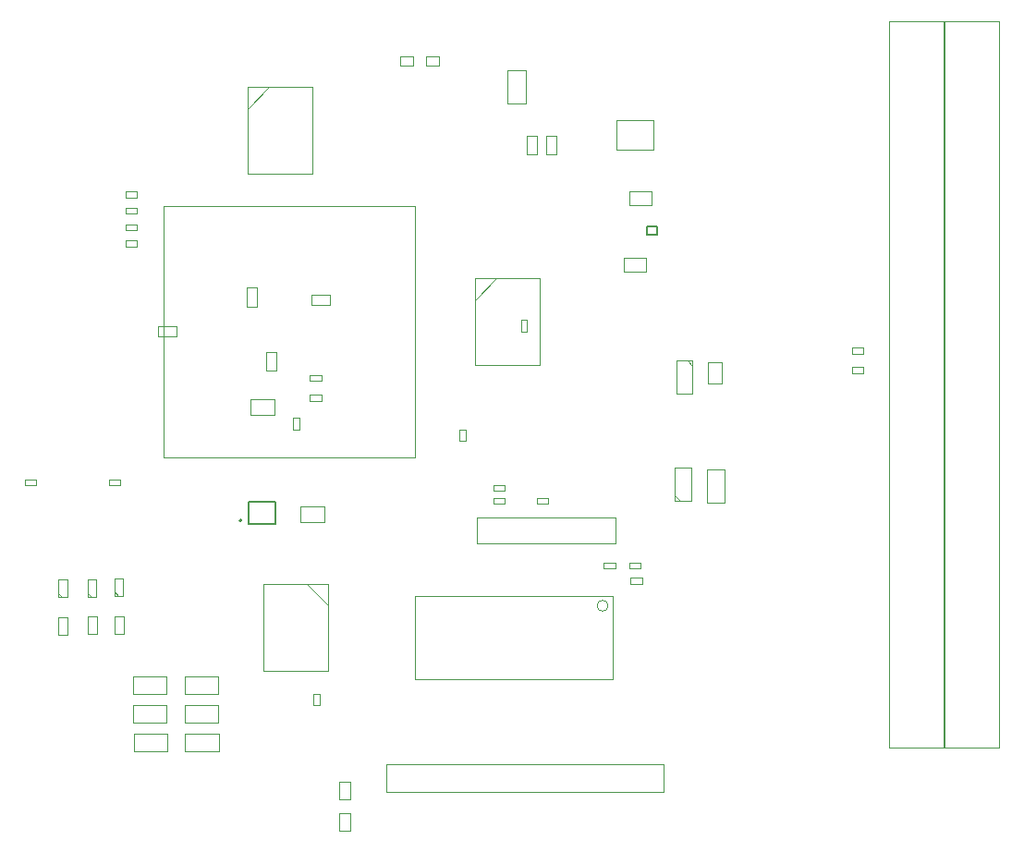
<source format=gbr>
%TF.GenerationSoftware,Altium Limited,Altium Designer,21.6.1 (37)*%
G04 Layer_Color=8388736*
%FSLAX45Y45*%
%MOMM*%
%TF.SameCoordinates,16E63DA4-43ED-4674-A1E0-7AC0996D3122*%
%TF.FilePolarity,Positive*%
%TF.FileFunction,Other,Mechanical_2*%
%TF.Part,Single*%
G01*
G75*
%TA.AperFunction,NonConductor*%
%ADD75C,0.20000*%
%ADD91C,0.10000*%
%ADD96C,0.12700*%
D75*
X5070100Y5759300D02*
G03*
X5070100Y5759300I-10000J0D01*
G01*
X8781469Y8376958D02*
X8877469Y8376958D01*
X8877469Y8452958D01*
X8781469Y8452958D02*
X8877469Y8452958D01*
X8781469Y8376958D02*
X8781469Y8452958D01*
D91*
X8427613Y4978347D02*
G03*
X8427613Y4978347I-50000J0D01*
G01*
X8937371Y3268889D02*
X8937371Y3522889D01*
X6397371Y3268889D02*
X6397371Y3522889D01*
X6397371Y3268889D02*
X8937371Y3268889D01*
X6397371Y3522889D02*
X8937371Y3522889D01*
X8388355Y5373395D02*
X8493359Y5373395D01*
X8388355Y5318399D02*
X8493359Y5318399D01*
X8388355Y5318399D02*
X8388355Y5373395D01*
X8493359Y5318399D02*
X8493359Y5373395D01*
X6657609Y5068346D02*
X8467613Y5068346D01*
X6657609Y4308348D02*
X8467613Y4308348D01*
X8467613Y5068346D01*
X6657609Y4308348D02*
X6657609Y5068346D01*
X4109400Y8419074D02*
X4109400Y8474070D01*
X4004401Y8419074D02*
X4004401Y8474070D01*
X4004401Y8419074D02*
X4109400Y8419074D01*
X4004401Y8474070D02*
X4109400Y8474070D01*
X4109400Y8268645D02*
X4109400Y8323641D01*
X4004396Y8268645D02*
X4004396Y8323641D01*
X4004396Y8268645D02*
X4109400Y8268645D01*
X4004396Y8323641D02*
X4109400Y8323641D01*
X4109410Y8569498D02*
X4109410Y8624494D01*
X4004407Y8569498D02*
X4004407Y8624494D01*
X4004407Y8569498D02*
X4109410Y8569498D01*
X4004407Y8624494D02*
X4109410Y8624494D01*
X4109395Y8719922D02*
X4109395Y8774918D01*
X4004396Y8719922D02*
X4004396Y8774918D01*
X4004396Y8719922D02*
X4109395Y8719922D01*
X4004396Y8774918D02*
X4109395Y8774918D01*
X10660705Y7109902D02*
X10660705Y7164898D01*
X10765709Y7109902D02*
X10765709Y7164898D01*
X10660705Y7164898D02*
X10765709Y7164898D01*
X10660705Y7109902D02*
X10765709Y7109902D01*
X10660705Y7286401D02*
X10660705Y7341398D01*
X10765709Y7286401D02*
X10765709Y7341398D01*
X10660705Y7341398D02*
X10765709Y7341398D01*
X10660705Y7286401D02*
X10765709Y7286401D01*
X7065945Y6486271D02*
X7120941Y6486271D01*
X7065945Y6591275D02*
X7120941Y6591275D01*
X7065945Y6486271D02*
X7065945Y6591275D01*
X7120941Y6486271D02*
X7120941Y6591275D01*
X6656995Y6340602D02*
X6656995Y8640602D01*
X4356999Y6340602D02*
X4356999Y8640602D01*
X6656995Y8640602D01*
X4356999Y6340602D02*
X6656995Y6340602D01*
X5712399Y7736645D02*
X5712399Y7826642D01*
X5882401Y7736645D02*
X5882401Y7826642D01*
X5712399Y7736645D02*
X5882401Y7736645D01*
X5712399Y7826642D02*
X5882401Y7826642D01*
X5799902Y7037440D02*
X5799902Y7092436D01*
X5694898Y7037440D02*
X5694898Y7092436D01*
X5799902Y7092436D01*
X5694898Y7037440D02*
X5799902Y7037440D01*
X4475013Y7447001D02*
X4475013Y7536998D01*
X4305011Y7447001D02*
X4305011Y7536998D01*
X4475013Y7536998D01*
X4305011Y7447001D02*
X4475013Y7447001D01*
X5692399Y6854513D02*
X5802401Y6854513D01*
X5692399Y6914513D02*
X5802401Y6914513D01*
X5692399Y6854513D02*
X5692399Y6914513D01*
X5802401Y6854513D02*
X5802401Y6914513D01*
X5296549Y7303195D02*
X5386551Y7303195D01*
X5296549Y7133198D02*
X5386551Y7133198D01*
X5296549Y7133198D02*
X5296549Y7303195D01*
X5386551Y7133198D02*
X5386551Y7303195D01*
X3854384Y6081202D02*
X3854384Y6136198D01*
X3959388Y6081202D02*
X3959388Y6136198D01*
X3854384Y6136198D02*
X3959388Y6136198D01*
X3854384Y6081202D02*
X3959388Y6081202D01*
X6524732Y10008062D02*
X6644731Y10008062D01*
X6644731Y9928062D02*
X6644731Y10008062D01*
X6524732Y9928062D02*
X6644731Y9928062D01*
X6524732Y9928062D02*
X6524732Y10008062D01*
X6760723Y10008062D02*
X6880723Y10008062D01*
X6880723Y9928062D02*
X6880723Y10008062D01*
X6760723Y9928062D02*
X6880723Y9928062D01*
X6760723Y9928062D02*
X6760723Y10008062D01*
X7205101Y7982499D02*
X7805100Y7982499D01*
X7805100Y7182500D02*
X7805100Y7982499D01*
X7205101Y7182500D02*
X7805100Y7182500D01*
X7205101Y7182500D02*
X7205101Y7982499D01*
X7205101Y7780000D02*
X7407600Y7982499D01*
X5122301Y9735099D02*
X5722300Y9735099D01*
X5722300Y8935100D02*
X5722300Y9735099D01*
X5122301Y8935100D02*
X5722300Y8935100D01*
X5122301Y8935100D02*
X5122301Y9735099D01*
X5122301Y9532600D02*
X5324800Y9735099D01*
X3473779Y4712883D02*
X3473779Y4870485D01*
X3388781Y4712883D02*
X3473779Y4712883D01*
X3388781Y4712883D02*
X3388781Y4870485D01*
X3473779Y4870485D01*
X3660914Y5093338D02*
X3695916Y5058336D01*
X3660914Y5058336D02*
X3740914Y5058336D01*
X3740914Y5218336D01*
X3660914Y5218336D02*
X3740914Y5218336D01*
X3660914Y5058336D02*
X3660914Y5218336D01*
X3906045Y5106190D02*
X3941046Y5071189D01*
X3906045Y5071189D02*
X3986045Y5071189D01*
X3986045Y5231189D01*
X3906045Y5231189D02*
X3986045Y5231189D01*
X3906045Y5071189D02*
X3906045Y5231189D01*
X3391279Y5093368D02*
X3426280Y5058366D01*
X3391279Y5058366D02*
X3471279Y5058366D01*
X3471279Y5218366D01*
X3391279Y5218366D02*
X3471279Y5218366D01*
X3391279Y5058366D02*
X3391279Y5218366D01*
X3988545Y4721008D02*
X3988545Y4878610D01*
X3903547Y4721008D02*
X3988545Y4721008D01*
X3903547Y4721008D02*
X3903547Y4878610D01*
X3988545Y4878610D01*
X3743416Y4721613D02*
X3743416Y4879215D01*
X3658417Y4721613D02*
X3743416Y4721613D01*
X3658417Y4721613D02*
X3658417Y4879215D01*
X3743416Y4879215D01*
X5967375Y2913100D02*
X6062371Y2913100D01*
X5967375Y3078099D02*
X6062371Y3078099D01*
X5967375Y2913100D02*
X5967375Y3078099D01*
X6062371Y2913100D02*
X6062371Y3078099D01*
X4074094Y3908313D02*
X4074094Y4068313D01*
X4074094Y3908313D02*
X4384096Y3908313D01*
X4384096Y4068313D01*
X4074094Y4068313D02*
X4384096Y4068313D01*
X7375896Y6032409D02*
X7375896Y6087405D01*
X7480899Y6032409D02*
X7480899Y6087405D01*
X7375896Y6087405D02*
X7480899Y6087405D01*
X7375896Y6032409D02*
X7480899Y6032409D01*
X9152499Y7223100D02*
X9202501Y7173097D01*
X9052499Y7223100D02*
X9202501Y7223100D01*
X9052499Y6923095D02*
X9052499Y7223100D01*
X9052499Y6923095D02*
X9202501Y6923095D01*
X9202501Y7223100D01*
X9037497Y5991082D02*
X9087499Y5941080D01*
X9037497Y5941080D02*
X9187499Y5941080D01*
X9187499Y6241084D01*
X9037497Y6241084D02*
X9187499Y6241084D01*
X9037497Y5941080D02*
X9037497Y6241084D01*
X9469999Y7012498D02*
X9469999Y7212498D01*
X9345000Y7012498D02*
X9469999Y7012498D01*
X9345000Y7012498D02*
X9345000Y7212498D01*
X9469999Y7212498D01*
X9334996Y5918888D02*
X9334996Y6228890D01*
X9494995Y6228890D01*
X9494995Y5918888D02*
X9494995Y6228890D01*
X9334996Y5918888D02*
X9494995Y5918888D01*
X7503093Y9581587D02*
X7678089Y9581587D01*
X7503093Y9886590D02*
X7678089Y9886590D01*
X7678089Y9581587D02*
X7678089Y9886590D01*
X7503093Y9581587D02*
X7503093Y9886590D01*
X7680593Y9115888D02*
X7775589Y9115888D01*
X7680593Y9280886D02*
X7775589Y9280886D01*
X7680593Y9115888D02*
X7680593Y9280886D01*
X7775589Y9115888D02*
X7775589Y9280886D01*
X7861533Y9115883D02*
X7861533Y9280881D01*
X7956529Y9115883D02*
X7956529Y9280881D01*
X7861533Y9115883D02*
X7956529Y9115883D01*
X7861533Y9280881D02*
X7956529Y9280881D01*
X8502761Y9154866D02*
X8842765Y9154866D01*
X8502761Y9424868D02*
X8842765Y9424868D01*
X8842765Y9154866D02*
X8842765Y9424868D01*
X8502761Y9154866D02*
X8502761Y9424868D01*
X8621278Y5318399D02*
X8621278Y5373395D01*
X8726282Y5318399D02*
X8726282Y5373395D01*
X8621278Y5373395D02*
X8726282Y5373395D01*
X8621278Y5318399D02*
X8726282Y5318399D01*
X8738784Y5180853D02*
X8738784Y5235849D01*
X8633780Y5180853D02*
X8633780Y5235849D01*
X8633780Y5180853D02*
X8738784Y5180853D01*
X8633780Y5235849D02*
X8738784Y5235849D01*
X7773690Y5913770D02*
X7878694Y5913770D01*
X7773690Y5968766D02*
X7878694Y5968766D01*
X7878694Y5913770D02*
X7878694Y5968766D01*
X7773690Y5913770D02*
X7773690Y5968766D01*
X7375896Y5968766D02*
X7480899Y5968766D01*
X7375896Y5913770D02*
X7480899Y5913770D01*
X7375896Y5913770D02*
X7375896Y5968766D01*
X7480899Y5913770D02*
X7480899Y5968766D01*
X7223902Y5546110D02*
X8493902Y5546110D01*
X7223902Y5546110D02*
X7223902Y5786110D01*
X8493902Y5546110D02*
X8493902Y5786110D01*
X7223902Y5786110D02*
X8493902Y5786110D01*
X5967372Y3203530D02*
X6062368Y3203530D01*
X5967372Y3368529D02*
X6062368Y3368529D01*
X5967372Y3203530D02*
X5967372Y3368529D01*
X6062368Y3203530D02*
X6062368Y3368529D01*
X5783753Y4065844D02*
X5783753Y4170843D01*
X5728752Y4065844D02*
X5728752Y4170843D01*
X5783753Y4170843D01*
X5728752Y4065844D02*
X5783753Y4065844D01*
X5607497Y5890001D02*
X5827497Y5890001D01*
X5607497Y5744997D02*
X5827497Y5744997D01*
X5607497Y5744997D02*
X5607497Y5890001D01*
X5827497Y5744997D02*
X5827497Y5890001D01*
X4546356Y4168739D02*
X4856353Y4168739D01*
X4546356Y4168739D02*
X4546356Y4328739D01*
X4856353Y4328739D01*
X4856353Y4168739D02*
X4856353Y4328739D01*
X4546356Y3908313D02*
X4856353Y3908313D01*
X4546356Y3908313D02*
X4546356Y4068313D01*
X4856353Y4068313D01*
X4856353Y3908313D02*
X4856353Y4068313D01*
X4554139Y3647887D02*
X4864141Y3647887D01*
X4554139Y3647887D02*
X4554139Y3807887D01*
X4864141Y3807887D01*
X4864141Y3647887D02*
X4864141Y3807887D01*
X4081877Y3807887D02*
X4391878Y3807887D01*
X4391878Y3647887D02*
X4391878Y3807887D01*
X4081877Y3647887D02*
X4391878Y3647887D01*
X4081877Y3647887D02*
X4081877Y3807887D01*
X4074094Y4328739D02*
X4384096Y4328739D01*
X4384096Y4168739D02*
X4384096Y4328739D01*
X4074094Y4168739D02*
X4384096Y4168739D01*
X4074094Y4168739D02*
X4074094Y4328739D01*
X3085191Y6136198D02*
X3190194Y6136198D01*
X3085191Y6081202D02*
X3190194Y6081202D01*
X3085191Y6081202D02*
X3085191Y6136198D01*
X3190194Y6081202D02*
X3190194Y6136198D01*
X5541079Y6595419D02*
X5541079Y6700417D01*
X5596080Y6595419D02*
X5596080Y6700417D01*
X5541079Y6700417D02*
X5596080Y6700417D01*
X5541079Y6595419D02*
X5596080Y6595419D01*
X5151173Y6729854D02*
X5371172Y6729854D01*
X5151173Y6869854D02*
X5371172Y6869854D01*
X5151173Y6729854D02*
X5151173Y6869854D01*
X5371172Y6729854D02*
X5371172Y6869854D01*
X7630602Y7491298D02*
X7630602Y7596302D01*
X7685598Y7491298D02*
X7685598Y7596302D01*
X7630602Y7596302D02*
X7685598Y7596302D01*
X7630602Y7491298D02*
X7685598Y7491298D01*
X5118457Y7721217D02*
X5118457Y7891219D01*
X5208459Y7721217D02*
X5208459Y7891219D01*
X5118457Y7891219D02*
X5208459Y7891219D01*
X5118457Y7721217D02*
X5208459Y7721217D01*
X5865749Y4379062D02*
X5865749Y5179060D01*
X5265750Y4379062D02*
X5865749Y4379062D01*
X5265750Y4379062D02*
X5265750Y5179060D01*
X5865749Y5179060D01*
X5665749Y5179060D02*
X5865749Y4979060D01*
X8619464Y8645745D02*
X8619464Y8772745D01*
X8619464Y8645745D02*
X8822664Y8645745D01*
X8822664Y8772745D01*
X8619464Y8772745D02*
X8822664Y8772745D01*
X8576005Y8038533D02*
X8576005Y8165533D01*
X8576005Y8038533D02*
X8779205Y8038533D01*
X8779205Y8165533D01*
X8576005Y8165533D02*
X8779205Y8165533D01*
X11499698Y3682898D02*
X11499698Y10337902D01*
X11004702Y3682898D02*
X11004702Y10337902D01*
X11004702Y3682898D02*
X11499698Y3682898D01*
X11004702Y10337902D02*
X11499698Y10337902D01*
X11512702Y10337902D02*
X12007698Y10337902D01*
X11512702Y3682898D02*
X12007698Y3682898D01*
X11512702Y3682898D02*
X11512702Y10337902D01*
X12007698Y3682898D02*
X12007698Y10337902D01*
D96*
X5132802Y5929300D02*
X5382798Y5929300D01*
X5382798Y5729300D02*
X5382798Y5929300D01*
X5132802Y5729300D02*
X5382798Y5729300D01*
X5132802Y5729300D02*
X5132802Y5929300D01*
%TF.MD5,6a99a91bfd95853f927f6ea6c64e956e*%
M02*

</source>
